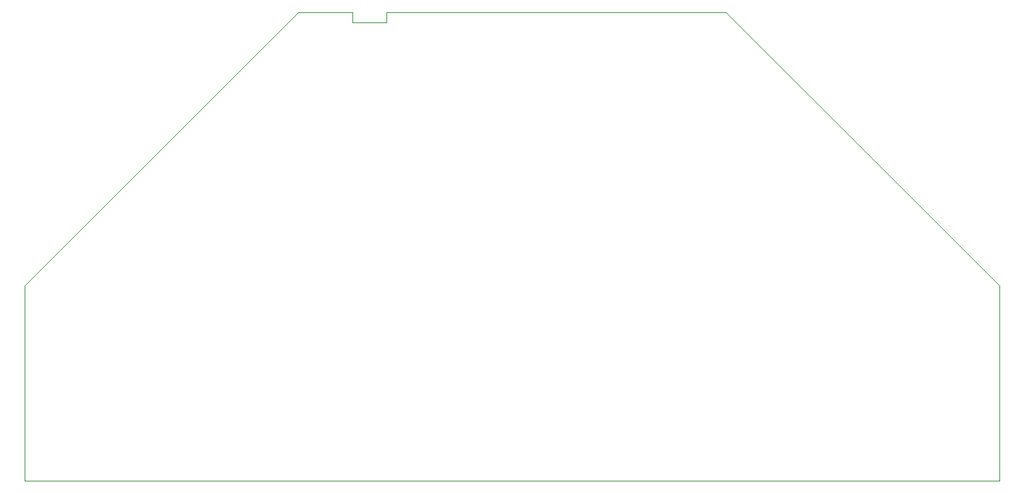
<source format=gbr>
G04 #@! TF.GenerationSoftware,KiCad,Pcbnew,(5.1.5)-3*
G04 #@! TF.CreationDate,2020-12-02T12:44:04-08:00*
G04 #@! TF.ProjectId,USonicTherminNoName,55536f6e-6963-4546-9865-726d696e4e6f,1.0*
G04 #@! TF.SameCoordinates,Original*
G04 #@! TF.FileFunction,Profile,NP*
%FSLAX46Y46*%
G04 Gerber Fmt 4.6, Leading zero omitted, Abs format (unit mm)*
G04 Created by KiCad (PCBNEW (5.1.5)-3) date 2020-12-02 12:44:04*
%MOMM*%
%LPD*%
G04 APERTURE LIST*
%ADD10C,0.050000*%
%ADD11C,0.120000*%
%ADD12C,0.000100*%
G04 APERTURE END LIST*
D10*
X129444000Y-86920000D02*
X165114000Y-86920000D01*
X115114000Y-86920000D02*
X117444000Y-86920000D01*
D11*
X83114000Y-118920000D02*
X83114000Y-141780000D01*
X197114000Y-118920000D02*
X197114000Y-141780000D01*
X83114000Y-118920000D02*
X115114000Y-86920000D01*
X83114000Y-141780000D02*
X197114000Y-141780000D01*
X165114000Y-86920000D02*
X197114000Y-118920000D01*
D12*
X121444000Y-86920000D02*
X117444000Y-86920000D01*
X121444000Y-88120000D02*
X121444000Y-86920000D01*
X125444000Y-88120000D02*
X121444000Y-88120000D01*
X125444000Y-86920000D02*
X125444000Y-88120000D01*
X129444000Y-86920000D02*
X125444000Y-86920000D01*
M02*

</source>
